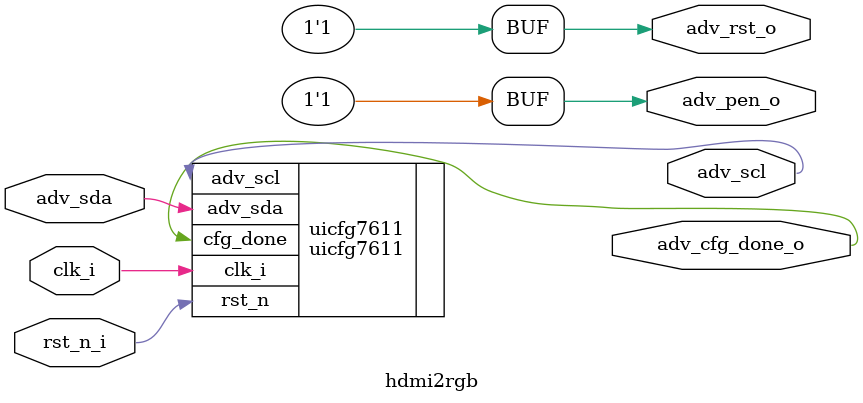
<source format=v>
`timescale 1ns / 1ps


module hdmi2rgb(
    // clk and reset signal
    input clk_i,
    input rst_n_i,
    // adv7611 config signal
    inout adv_sda,
    output adv_scl,
    output adv_rst_o,
    output adv_pen_o,
    output adv_cfg_done_o
);

    assign adv_pen_o = 1'b1;
    assign adv_rst_o = 1'b1;

    // adv7611 config module
    uicfg7611 uicfg7611(
        .clk_i(clk_i),
        .rst_n(rst_n_i),
        .adv_sda(adv_sda),
        .adv_scl(adv_scl),
        .cfg_done(adv_cfg_done_o)
    );
    
endmodule
</source>
